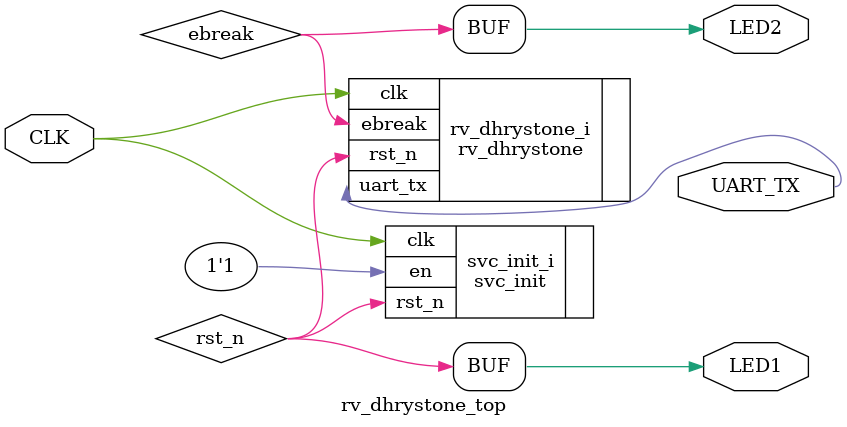
<source format=sv>
`include "svc.sv"
`include "svc_init.sv"

`include "rv_dhrystone.sv"

module rv_dhrystone_top (
    input logic CLK,

    output logic UART_TX,

    output logic LED1,
    output logic LED2
);
  //
  // Clock frequency matches board clock
  //
  localparam CLOCK_FREQ = 100_000_000;
  localparam BAUD_RATE = 115_200;

  logic rst_n;
  logic ebreak;

  //
  // Reset generation
  //
  svc_init svc_init_i (
      .clk  (CLK),
      .en   (1'b1),
      .rst_n(rst_n)
  );

  //
  // RISC-V dhrystone instance
  //
  rv_dhrystone #(
      .CLOCK_FREQ(CLOCK_FREQ),
      .BAUD_RATE (BAUD_RATE)
  ) rv_dhrystone_i (
      .clk    (CLK),
      .rst_n  (rst_n),
      .uart_tx(UART_TX),
      .ebreak (ebreak)
  );

  //
  // Status LEDs
  //
  // LED1: Active when not in reset
  // LED2: Indicates ebreak hit
  //
  assign LED1 = rst_n;
  assign LED2 = ebreak;

endmodule

</source>
